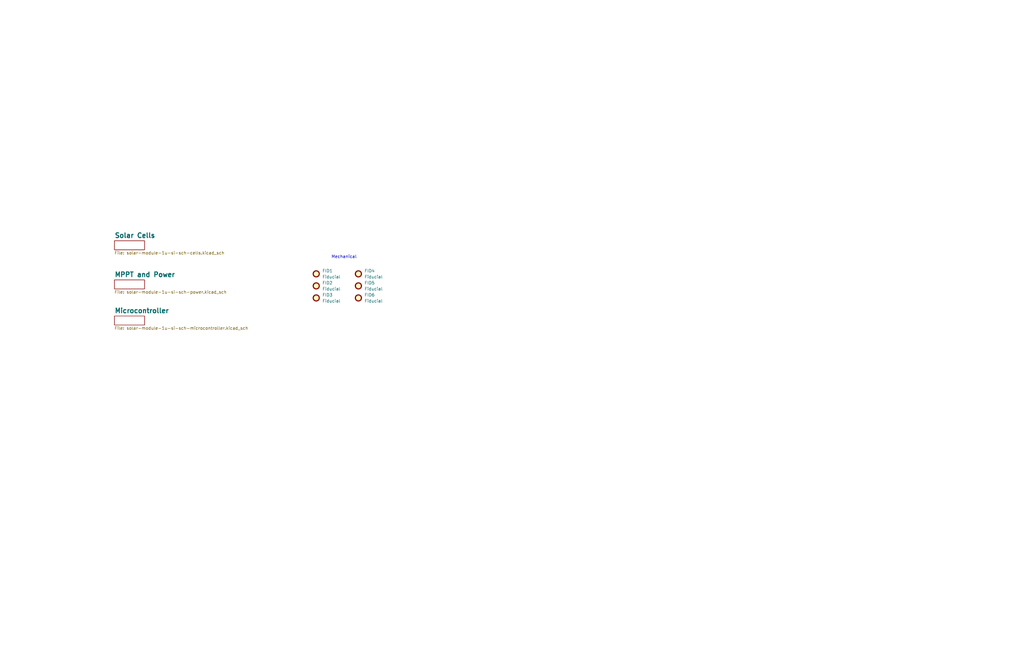
<source format=kicad_sch>
(kicad_sch (version 20250114) (generator "eeschema") (generator_version "9.0")
  (paper "USLedger")
  (title_block (title "OreSat Solar Module - Silicon Cells") (date "2025-09-16") (rev "1.1"))
  (lib_symbols
    (symbol "Mechanical:Fiducial" (in_bom no)
      (property "Reference" "FID" (at 0 5.08 0))
      (property "Value" "Fiducial" (at 0 3.175 0))
      (symbol "Fiducial_0_1"
        (circle (center 0 0) (radius 1.27) (stroke (width 0.508)) (fill (type background)))
      )
    )
  )
  (text "Mechanical" (at 139.7 109.22 0) (effects (font (size 1.27 1.27)) (justify left bottom)))
  (symbol (lib_id "Mechanical:Fiducial") (at 133.35 120.65 0) (unit 1) (in_bom no)
    (property "Reference" "FID2" (at 135.89 119.3799 0) (effects (justify left)))
    (property "Value" "Fiducial" (at 135.89 121.9199 0) (effects (justify left)))
    (property "Footprint" "Fiducial:Fiducial_1mm_Mask2mm" (effects (hide yes)))
    (property "Description" "Fiducial Marker" (effects (hide yes)))
  )
  (symbol (lib_id "Mechanical:Fiducial") (at 151.13 120.65 0) (unit 1) (in_bom no)
    (property "Reference" "FID5" (at 153.67 119.3799 0) (effects (justify left)))
    (property "Value" "Fiducial" (at 153.67 121.9199 0) (effects (justify left)))
    (property "Footprint" "Fiducial:Fiducial_1mm_Mask2mm" (effects (hide yes)))
    (property "Description" "Fiducial Marker" (effects (hide yes)))
  )
  (symbol (lib_id "Mechanical:Fiducial") (at 133.35 125.73 0) (unit 1) (in_bom no)
    (property "Reference" "FID3" (at 135.89 124.4599 0) (effects (justify left)))
    (property "Value" "Fiducial" (at 135.89 126.9999 0) (effects (justify left)))
    (property "Footprint" "Fiducial:Fiducial_1mm_Mask2mm" (effects (hide yes)))
    (property "Description" "Fiducial Marker" (effects (hide yes)))
  )
  (symbol (lib_id "Mechanical:Fiducial") (at 151.13 115.57 0) (unit 1) (in_bom no)
    (property "Reference" "FID4" (at 153.67 114.2999 0) (effects (justify left)))
    (property "Value" "Fiducial" (at 153.67 116.8399 0) (effects (justify left)))
    (property "Footprint" "Fiducial:Fiducial_1mm_Mask2mm" (effects (hide yes)))
    (property "Description" "Fiducial Marker" (effects (hide yes)))
  )
  (symbol (lib_id "Mechanical:Fiducial") (at 133.35 115.57 0) (unit 1) (in_bom no)
    (property "Reference" "FID1" (at 135.89 114.2999 0) (effects (justify left)))
    (property "Value" "Fiducial" (at 135.89 116.8399 0) (effects (justify left)))
    (property "Footprint" "Fiducial:Fiducial_1mm_Mask2mm" (effects (hide yes)))
    (property "Description" "Fiducial Marker" (effects (hide yes)))
  )
  (symbol (lib_id "Mechanical:Fiducial") (at 151.13 125.73 0) (unit 1) (in_bom no)
    (property "Reference" "FID6" (at 153.67 124.4599 0) (effects (justify left)))
    (property "Value" "Fiducial" (at 153.67 126.9999 0) (effects (justify left)))
    (property "Footprint" "Fiducial:Fiducial_1mm_Mask2mm" (effects (hide yes)))
    (property "Description" "Fiducial Marker" (effects (hide yes)))
  )
  (sheet (at 48.26 118.11) (size 12.7 3.81)
    (property "Sheetname" "MPPT and Power" (at 48.26 117.0334 0) (effects (font (size 2 2) (bold yes)) (justify left bottom)))
    (property "Sheetfile" "solar-module-1u-si-sch-power.kicad_sch" (at 48.26 122.5046 0) (effects (justify left top)))
  )
  (sheet (at 48.26 133.35) (size 12.7 3.81)
    (property "Sheetname" "Microcontroller" (at 48.26 132.2734 0) (effects (font (size 2 2) (bold yes)) (justify left bottom)))
    (property "Sheetfile" "solar-module-1u-si-sch-microcontroller.kicad_sch" (at 48.26 137.7446 0) (effects (justify left top)))
  )
  (sheet (at 48.26 101.6) (size 12.7 3.81) (stroke (width 0.1524))
    (property "Sheetname" "Solar Cells" (at 48.26 100.5234 0) (effects (font (size 2 2) (bold yes)) (justify left bottom)))
    (property "Sheetfile" "solar-module-1u-si-sch-cells.kicad_sch" (at 48.26 105.9946 0) (effects (justify left top)))
  )
)
</source>
